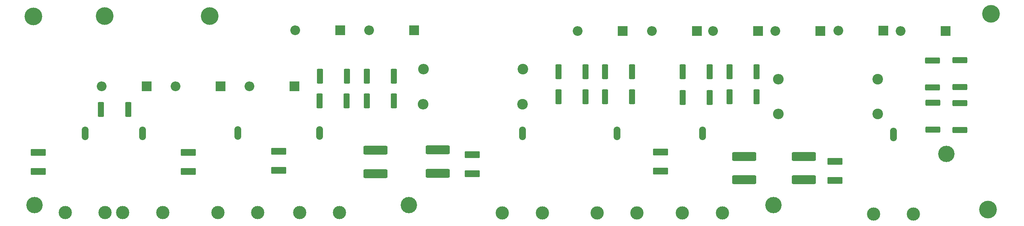
<source format=gbr>
%TF.GenerationSoftware,KiCad,Pcbnew,7.0.7*%
%TF.CreationDate,2024-04-16T09:14:21-07:00*%
%TF.ProjectId,hv-pcb-v1,68762d70-6362-42d7-9631-2e6b69636164,rev?*%
%TF.SameCoordinates,Original*%
%TF.FileFunction,Soldermask,Top*%
%TF.FilePolarity,Negative*%
%FSLAX46Y46*%
G04 Gerber Fmt 4.6, Leading zero omitted, Abs format (unit mm)*
G04 Created by KiCad (PCBNEW 7.0.7) date 2024-04-16 09:14:21*
%MOMM*%
%LPD*%
G01*
G04 APERTURE LIST*
G04 Aperture macros list*
%AMRoundRect*
0 Rectangle with rounded corners*
0 $1 Rounding radius*
0 $2 $3 $4 $5 $6 $7 $8 $9 X,Y pos of 4 corners*
0 Add a 4 corners polygon primitive as box body*
4,1,4,$2,$3,$4,$5,$6,$7,$8,$9,$2,$3,0*
0 Add four circle primitives for the rounded corners*
1,1,$1+$1,$2,$3*
1,1,$1+$1,$4,$5*
1,1,$1+$1,$6,$7*
1,1,$1+$1,$8,$9*
0 Add four rect primitives between the rounded corners*
20,1,$1+$1,$2,$3,$4,$5,0*
20,1,$1+$1,$4,$5,$6,$7,0*
20,1,$1+$1,$6,$7,$8,$9,0*
20,1,$1+$1,$8,$9,$2,$3,0*%
G04 Aperture macros list end*
%ADD10C,3.700000*%
%ADD11RoundRect,0.249999X-0.450001X-1.425001X0.450001X-1.425001X0.450001X1.425001X-0.450001X1.425001X0*%
%ADD12RoundRect,0.249999X2.450001X-0.737501X2.450001X0.737501X-2.450001X0.737501X-2.450001X-0.737501X0*%
%ADD13RoundRect,0.250000X-1.450000X0.537500X-1.450000X-0.537500X1.450000X-0.537500X1.450000X0.537500X0*%
%ADD14RoundRect,0.249999X-1.425001X0.450001X-1.425001X-0.450001X1.425001X-0.450001X1.425001X0.450001X0*%
%ADD15RoundRect,0.250000X1.450000X-0.537500X1.450000X0.537500X-1.450000X0.537500X-1.450000X-0.537500X0*%
%ADD16R,2.200000X2.200000*%
%ADD17O,2.200000X2.200000*%
%ADD18C,3.000000*%
%ADD19RoundRect,0.600000X0.162000X-0.900000X0.162000X0.900000X-0.162000X0.900000X-0.162000X-0.900000X0*%
%ADD20C,4.000000*%
%ADD21C,2.400000*%
%ADD22O,2.400000X2.400000*%
G04 APERTURE END LIST*
D10*
%TO.C,REF\u002A\u002A*%
X249292000Y-130825000D03*
%TD*%
%TO.C,REF\u002A\u002A*%
X210254000Y-142446000D03*
%TD*%
%TO.C,REF\u002A\u002A*%
X127916000Y-142446000D03*
%TD*%
%TO.C,REF\u002A\u002A*%
X43486000Y-142446000D03*
%TD*%
D11*
%TO.C,R3*%
X58481000Y-120781000D03*
X64581000Y-120781000D03*
%TD*%
D12*
%TO.C,C5*%
X134438000Y-135193500D03*
X134438000Y-129918500D03*
%TD*%
D13*
%TO.C,C8*%
X184761755Y-130431900D03*
X184761755Y-134706900D03*
%TD*%
D14*
%TO.C,R14*%
X246121755Y-109646899D03*
X246121755Y-115746899D03*
%TD*%
D11*
%TO.C,R5*%
X118482000Y-118800000D03*
X124582000Y-118800000D03*
%TD*%
D15*
%TO.C,C4*%
X78188000Y-134788500D03*
X78188000Y-130513500D03*
%TD*%
D16*
%TO.C,D8*%
X192971755Y-102959900D03*
D17*
X182811755Y-102959900D03*
%TD*%
D18*
%TO.C,HV3*%
X84870000Y-144107000D03*
X93870000Y-144107000D03*
D19*
X89370000Y-126107000D03*
%TD*%
D18*
%TO.C,HV7*%
X232848755Y-144436900D03*
X241848755Y-144436900D03*
D19*
X237348755Y-126436900D03*
%TD*%
D18*
%TO.C,HV6*%
X189709755Y-144166900D03*
X198709755Y-144166900D03*
D19*
X194209755Y-126166900D03*
%TD*%
D18*
%TO.C,HV1*%
X50369000Y-144145000D03*
X59369000Y-144145000D03*
D19*
X54869000Y-126145000D03*
%TD*%
D20*
%TO.C,J3*%
X82991000Y-99586000D03*
%TD*%
D16*
%TO.C,D4*%
X85446000Y-115519000D03*
D17*
X75286000Y-115519000D03*
%TD*%
D21*
%TO.C,R23*%
X233765000Y-113845000D03*
D22*
X211365000Y-113845000D03*
%TD*%
D14*
%TO.C,R16*%
X252345755Y-119327900D03*
X252345755Y-125427900D03*
%TD*%
D21*
%TO.C,R24*%
X153655000Y-111563000D03*
D22*
X131255000Y-111563000D03*
%TD*%
D18*
%TO.C,HV2*%
X63369000Y-144145000D03*
X72369000Y-144145000D03*
D19*
X67869000Y-126145000D03*
%TD*%
D16*
%TO.C,D2*%
X176198755Y-103000900D03*
D17*
X166038755Y-103000900D03*
%TD*%
D11*
%TO.C,R4*%
X118485000Y-113169000D03*
X124585000Y-113169000D03*
%TD*%
%TO.C,R9*%
X172196755Y-117847900D03*
X178296755Y-117847900D03*
%TD*%
D12*
%TO.C,C2*%
X120411000Y-135267000D03*
X120411000Y-129992000D03*
%TD*%
D11*
%TO.C,R10*%
X189783755Y-112209900D03*
X195883755Y-112209900D03*
%TD*%
D13*
%TO.C,C6*%
X142266000Y-131021000D03*
X142266000Y-135296000D03*
%TD*%
D18*
%TO.C,HV5*%
X149073000Y-144194000D03*
X158073000Y-144194000D03*
D19*
X153573000Y-126194000D03*
%TD*%
D16*
%TO.C,D1*%
X68733400Y-115519000D03*
D17*
X58573400Y-115519000D03*
%TD*%
D11*
%TO.C,R1*%
X107852000Y-113176000D03*
X113952000Y-113176000D03*
%TD*%
D13*
%TO.C,C10*%
X224124755Y-132538400D03*
X224124755Y-136813400D03*
%TD*%
D20*
%TO.C,J2*%
X259316955Y-99102900D03*
%TD*%
D11*
%TO.C,R11*%
X189783755Y-118028900D03*
X195883755Y-118028900D03*
%TD*%
D16*
%TO.C,D9*%
X206796000Y-102944000D03*
D17*
X196636000Y-102944000D03*
%TD*%
D15*
%TO.C,C1*%
X44327000Y-134788500D03*
X44327000Y-130513500D03*
%TD*%
D14*
%TO.C,R17*%
X246256757Y-119191901D03*
X246256757Y-125291901D03*
%TD*%
D16*
%TO.C,D3*%
X249068000Y-102939000D03*
D17*
X238908000Y-102939000D03*
%TD*%
D11*
%TO.C,R7*%
X161711755Y-117879900D03*
X167811755Y-117879900D03*
%TD*%
D16*
%TO.C,D10*%
X220808000Y-102979000D03*
D17*
X210648000Y-102979000D03*
%TD*%
D11*
%TO.C,R6*%
X161737755Y-112219900D03*
X167837755Y-112219900D03*
%TD*%
D16*
%TO.C,D11*%
X235087000Y-102919000D03*
D17*
X224927000Y-102919000D03*
%TD*%
D21*
%TO.C,R22*%
X233765000Y-121795000D03*
D22*
X211365000Y-121795000D03*
%TD*%
D11*
%TO.C,R2*%
X107805000Y-118781000D03*
X113905000Y-118781000D03*
%TD*%
%TO.C,R12*%
X200349755Y-112209900D03*
X206449755Y-112209900D03*
%TD*%
D18*
%TO.C,HV4*%
X103279000Y-144074000D03*
X112279000Y-144074000D03*
D19*
X107779000Y-126074000D03*
%TD*%
D13*
%TO.C,C3*%
X98585000Y-130236000D03*
X98585000Y-134511000D03*
%TD*%
D11*
%TO.C,R13*%
X200349755Y-117875900D03*
X206449755Y-117875900D03*
%TD*%
%TO.C,R8*%
X172222755Y-112187900D03*
X178322755Y-112187900D03*
%TD*%
D21*
%TO.C,R19*%
X153610001Y-119561001D03*
D22*
X131210001Y-119561001D03*
%TD*%
D12*
%TO.C,C9*%
X217093755Y-136685400D03*
X217093755Y-131410400D03*
%TD*%
D16*
%TO.C,D6*%
X112438400Y-102825000D03*
D17*
X102278400Y-102825000D03*
%TD*%
D18*
%TO.C,HV8*%
X170460755Y-144154900D03*
X179460755Y-144154900D03*
D19*
X174960755Y-126154900D03*
%TD*%
D14*
%TO.C,R15*%
X252345756Y-109584900D03*
X252345756Y-115684900D03*
%TD*%
D16*
%TO.C,D7*%
X129151000Y-102825000D03*
D17*
X118991000Y-102825000D03*
%TD*%
D20*
%TO.C,J1*%
X59253000Y-99585000D03*
%TD*%
D16*
%TO.C,D5*%
X102158600Y-115519000D03*
D17*
X91998600Y-115519000D03*
%TD*%
D12*
%TO.C,C7*%
X203649755Y-136671400D03*
X203649755Y-131396400D03*
%TD*%
D20*
%TO.C,J6*%
X43169000Y-99695503D03*
%TD*%
%TO.C,J7*%
X258656755Y-143392900D03*
%TD*%
M02*

</source>
